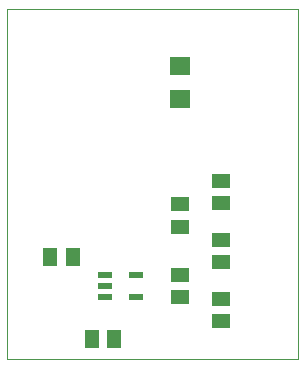
<source format=gbp>
G75*
%MOIN*%
%OFA0B0*%
%FSLAX24Y24*%
%IPPOS*%
%LPD*%
%AMOC8*
5,1,8,0,0,1.08239X$1,22.5*
%
%ADD10C,0.0000*%
%ADD11R,0.0512X0.0591*%
%ADD12R,0.0710X0.0630*%
%ADD13R,0.0591X0.0512*%
%ADD14R,0.0472X0.0217*%
D10*
X000100Y000100D02*
X000100Y011785D01*
X009785Y011785D01*
X009785Y000100D01*
X000100Y000100D01*
D11*
X002915Y000761D03*
X003663Y000761D03*
X002285Y003517D03*
X001537Y003517D03*
D12*
X005848Y008765D03*
X005848Y009884D03*
D13*
X007226Y006057D03*
X007226Y005309D03*
X007226Y004088D03*
X007226Y003340D03*
X007226Y002120D03*
X007226Y001372D03*
X005848Y002159D03*
X005848Y002907D03*
X005848Y004521D03*
X005848Y005269D03*
D14*
X004391Y002907D03*
X004391Y002159D03*
X003368Y002159D03*
X003368Y002533D03*
X003368Y002907D03*
M02*

</source>
